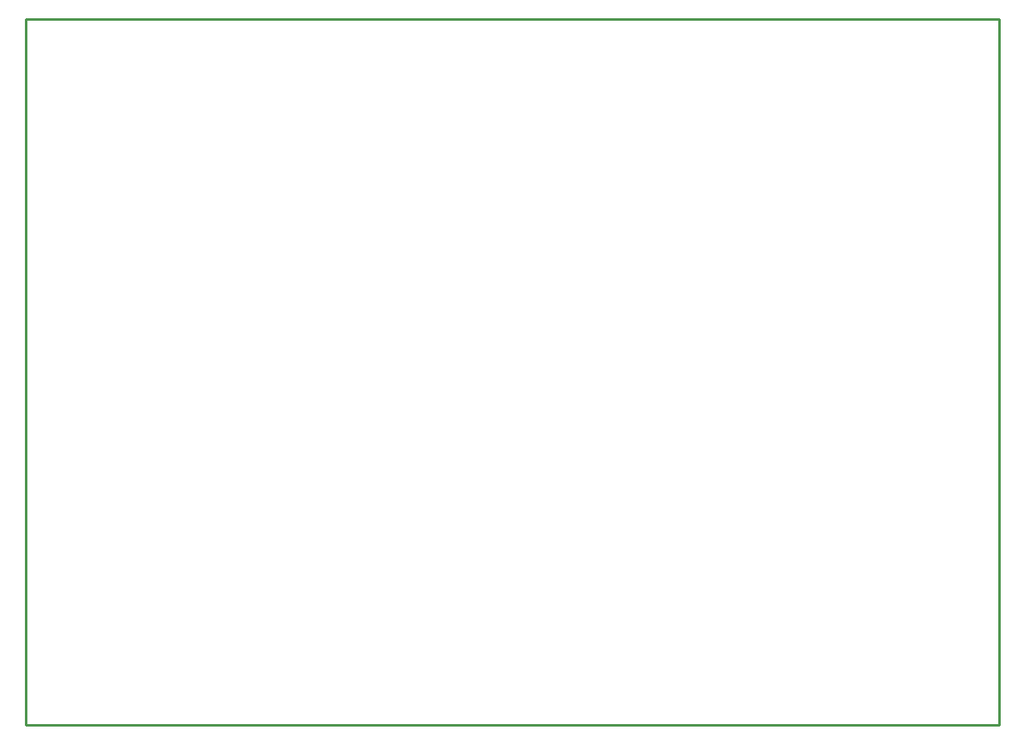
<source format=gko>
G04*
G04 #@! TF.GenerationSoftware,Altium Limited,Altium Designer,25.3.3 (18)*
G04*
G04 Layer_Color=16711935*
%FSLAX44Y44*%
%MOMM*%
G71*
G04*
G04 #@! TF.SameCoordinates,66C2ACA9-6224-4F19-AAD4-62AA9E2CECE1*
G04*
G04*
G04 #@! TF.FilePolarity,Positive*
G04*
G01*
G75*
%ADD11C,0.2540*%
D11*
X0Y721000D02*
X992000D01*
X0Y0D02*
Y721000D01*
X992000D02*
X992000Y0D01*
X0D02*
X992000D01*
M02*

</source>
